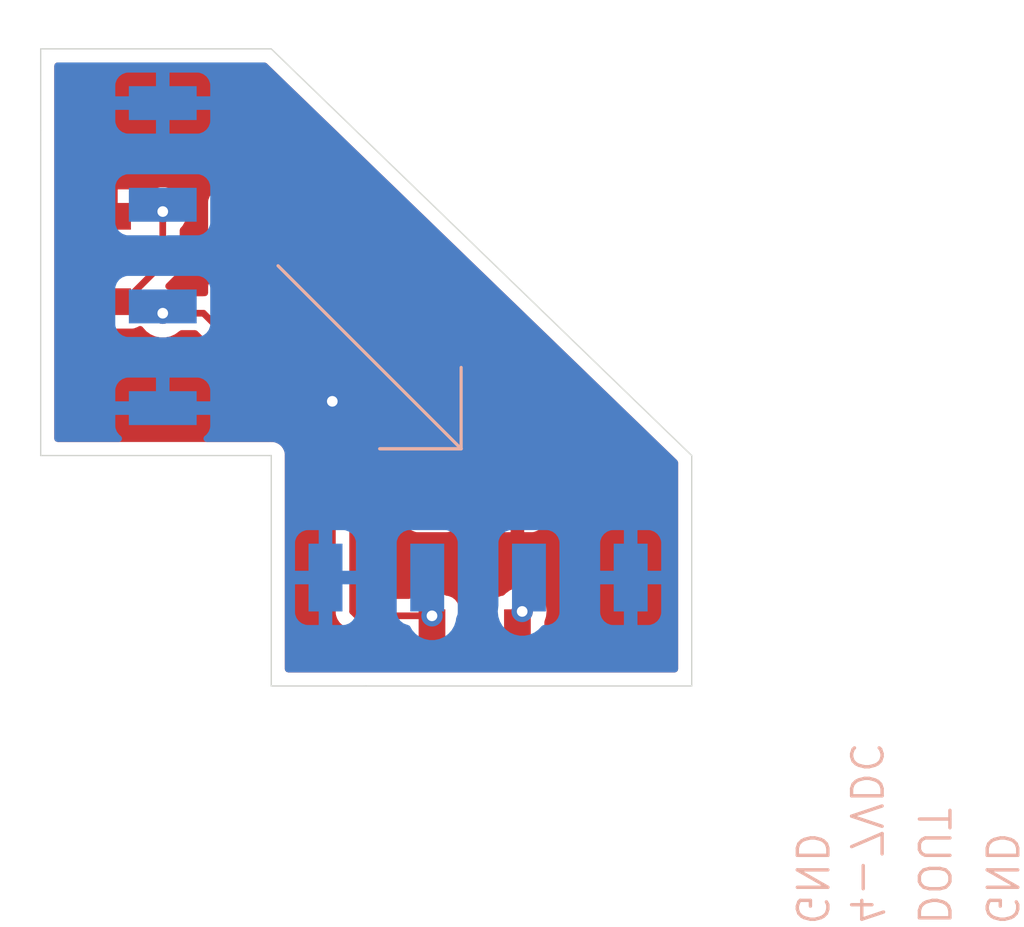
<source format=kicad_pcb>
(kicad_pcb (version 20211014) (generator pcbnew)
  (layers (0 "F.Cu" signal) (31 "B.Cu" signal) (34 "B.Paste" user) (35 "F.Paste" user) (36 "B.SilkS" user "B.Silkscreen") (37 "F.SilkS" user "F.Silkscreen") (38 "B.Mask" user) (39 "F.Mask" user) (44 "Edge.Cuts" user))
  (net 0 "")
  (net 1 "+5V")
  (net 2 "GND")
  (net 3 "Net-(CN1-Pad2)")
  (net 4 "Net-(CN2-Pad3)")
  (net 5 "Net-(D1-Pad2)")
  (net 6 "Net-(D2-Pad2)")
  (footprint "LED_SMD:LED_WS2812B_PLCC4_5.0x5.0mm_P3.2mm" (layer "F.Cu") (at 138.684 117.856 90)
    (fp_text reference "D3" hide)
    (fp_text value "WS2812B")
    (pad "1" smd rect (at -2.45 -1.6 90) (size 1.5 1) (layers "F.Cu" "F.Paste" "F.Mask") (net 1 "+5V"))
    (pad "2" smd rect (at -2.45 1.6 90) (size 1.5 1) (layers "F.Cu" "F.Paste" "F.Mask") (net 3 "Net-(CN1-Pad2)"))
    (pad "3" smd rect (at 2.45 1.6 90) (size 1.5 1) (layers "F.Cu" "F.Paste" "F.Mask") (net 2 "GND"))
    (pad "4" smd rect (at 2.45 -1.6 90) (size 1.5 1) (layers "F.Cu" "F.Paste" "F.Mask") (net 6 "Net-(D2-Pad2)"))
  )
  (footprint "LED_SMD:LED_WS2812B_PLCC4_5.0x5.0mm_P3.2mm" (layer "F.Cu") (at 127.508 106.426 180)
    (fp_text reference "D1" hide)
    (fp_text value "WS2812B")
    (pad "1" smd rect (at -2.45 -1.6 180) (size 1.5 1) (layers "F.Cu" "F.Paste" "F.Mask") (net 1 "+5V"))
    (pad "2" smd rect (at -2.45 1.6 180) (size 1.5 1) (layers "F.Cu" "F.Paste" "F.Mask") (net 5 "Net-(D1-Pad2)"))
    (pad "3" smd rect (at 2.45 1.6 180) (size 1.5 1) (layers "F.Cu" "F.Paste" "F.Mask") (net 2 "GND"))
    (pad "4" smd rect (at 2.45 -1.6 180) (size 1.5 1) (layers "F.Cu" "F.Paste" "F.Mask") (net 4 "Net-(CN2-Pad3)"))
  )
  (footprint "LED_SMD:LED_WS2812B_PLCC4_5.0x5.0mm_P3.2mm" (layer "F.Cu") (at 135.636 109.728 135)
    (fp_text reference "D2" hide)
    (fp_text value "WS2812B")
    (pad "1" smd rect (at -2.45 -1.6 135) (size 1.5 1) (layers "F.Cu" "F.Paste" "F.Mask") (net 1 "+5V"))
    (pad "2" smd rect (at -2.45 1.6 135) (size 1.5 1) (layers "F.Cu" "F.Paste" "F.Mask") (net 6 "Net-(D2-Pad2)"))
    (pad "3" smd rect (at 2.45 1.6 135) (size 1.5 1) (layers "F.Cu" "F.Paste" "F.Mask") (net 2 "GND"))
    (pad "4" smd rect (at 2.45 -1.6 135) (size 1.5 1) (layers "F.Cu" "F.Paste" "F.Mask") (net 5 "Net-(D1-Pad2)"))
  )
  (footprint "Adafruit NeoPixel 8 Stick:1X4-SMT" (layer "B.Cu") (at 127 106.934 90)
    (fp_text reference "CN2" hide)
    (fp_text value "1X4SMT" hide)
    (pad "1" smd rect (at -5.08 0 90) (size 1.27 2.54) (layers "B.Cu" "B.Paste" "B.Mask") (net 2 "GND"))
    (pad "2" smd rect (at -1.27 0 90) (size 1.27 2.54) (layers "B.Cu" "B.Paste" "B.Mask") (net 1 "+5V"))
    (pad "3" smd rect (at 2.54 0 90) (size 1.27 2.54) (layers "B.Cu" "B.Paste" "B.Mask") (net 4 "Net-(CN2-Pad3)"))
    (pad "4" smd rect (at 6.35 0 90) (size 1.27 2.54) (layers "B.Cu" "B.Paste" "B.Mask") (net 2 "GND"))
  )
  (footprint "Adafruit NeoPixel 8 Stick:1X4-SMT" (layer "B.Cu") (at 139.446 118.364 180)
    (fp_text reference "CN1" hide)
    (fp_text value "1X4SMT" hide)
    (pad "1" smd rect (at -5.08 0 180) (size 1.27 2.54) (layers "B.Cu" "B.Paste" "B.Mask") (net 2 "GND"))
    (pad "2" smd rect (at -1.27 0 180) (size 1.27 2.54) (layers "B.Cu" "B.Paste" "B.Mask") (net 3 "Net-(CN1-Pad2)"))
    (pad "3" smd rect (at 2.54 0 180) (size 1.27 2.54) (layers "B.Cu" "B.Paste" "B.Mask") (net 1 "+5V"))
    (pad "4" smd rect (at 6.35 0 180) (size 1.27 2.54) (layers "B.Cu" "B.Paste" "B.Mask") (net 2 "GND"))
  )
  (gr_line (start 138.176 113.538) (end 135.128 113.538) (layer "B.SilkS") (width 0.12))
  (gr_line (start 138.176 110.49) (end 138.176 113.538) (layer "B.SilkS") (width 0.12))
  (gr_line (start 135.128 113.538) (end 138.176 113.538) (layer "B.SilkS") (width 0.12))
  (gr_line (start 131.318 106.68) (end 138.176 113.538) (layer "B.SilkS") (width 0.12))
  (gr_line (start 131.064 113.792) (end 122.428 113.792) (layer "Edge.Cuts") (width 0.05))
  (gr_line (start 131.064 122.428) (end 131.064 113.792) (layer "Edge.Cuts") (width 0.05))
  (gr_line (start 122.428 101.6) (end 122.428 98.552) (layer "Edge.Cuts") (width 0.05))
  (gr_line (start 146.812 122.428) (end 134.62 122.428) (layer "Edge.Cuts") (width 0.05))
  (gr_line (start 146.812 113.792) (end 146.812 122.428) (layer "Edge.Cuts") (width 0.05))
  (gr_line (start 131.064 98.552) (end 146.812 113.792) (layer "Edge.Cuts") (width 0.05))
  (gr_line (start 122.428 113.792) (end 122.428 101.6) (layer "Edge.Cuts") (width 0.05))
  (gr_line (start 122.428 98.552) (end 131.064 98.552) (layer "Edge.Cuts") (width 0.05))
  (gr_line (start 134.62 122.428) (end 131.064 122.428) (layer "Edge.Cuts") (width 0.05))
  (gr_text "4-7VDC" (at 152.654 131.4704 270) (layer "B.SilkS") (effects (font (size 1.143 1.143) (thickness 0.127)) (justify left bottom mirror)))
  (gr_text "DOUT" (at 155.194 131.4704 270) (layer "B.SilkS") (effects (font (size 1.143 1.143) (thickness 0.127)) (justify left bottom mirror)))
  (gr_text "GND" (at 150.622 131.4704 270) (layer "B.SilkS") (effects (font (size 1.143 1.143) (thickness 0.127)) (justify left bottom mirror)))
  (gr_text "GND" (at 157.734 131.4704 270) (layer "B.SilkS") (effects (font (size 1.143 1.143) (thickness 0.127)) (justify left bottom mirror)))
  (segment (start 129.286 109.22) (end 134.112 114.046) (width 0.25) (layer "F.Cu") (net 1))
  (segment (start 130.466 108.026) (end 130.466 108.04) (width 0.25) (layer "F.Cu") (net 1))
  (segment (start 134.276 119.798) (end 137.084 119.798) (width 0.25) (layer "F.Cu") (net 1))
  (segment (start 134.782823 114.046) (end 134.112 114.046) (width 0.25) (layer "F.Cu") (net 1))
  (segment (start 130.466 108.04) (end 129.286 109.22) (width 0.25) (layer "F.Cu") (net 1))
  (segment (start 136.237041 112.591782) (end 134.782823 114.046) (width 0.25) (layer "F.Cu") (net 1))
  (segment (start 127 108.458) (end 128.524 108.458) (width 0.25) (layer "F.Cu") (net 1))
  (segment (start 134.112 114.046) (end 134.112 119.634) (width 0.25) (layer "F.Cu") (net 1))
  (segment (start 134.112 119.634) (end 134.276 119.798) (width 0.25) (layer "F.Cu") (net 1))
  (segment (start 128.524 108.458) (end 129.286 109.22) (width 0.25) (layer "F.Cu") (net 1))
  (via (at 137.084 119.798) (size 0.8) (drill 0.4) (layers "F.Cu" "B.Cu") (net 1))
  (via (at 127 108.458) (size 0.8) (drill 0.4) (layers "F.Cu" "B.Cu") (net 1))
  (via (at 133.35 111.76) (size 0.8) (drill 0.4) (layers "F.Cu" "B.Cu") (net 2))
  (via (at 140.462 119.634) (size 0.8) (drill 0.4) (layers "F.Cu" "B.Cu") (net 3))
  (segment (start 127 104.648) (end 127 106.592) (width 0.25) (layer "F.Cu") (net 4))
  (segment (start 127 106.592) (end 125.566 108.026) (width 0.25) (layer "F.Cu") (net 4))
  (via (at 127 104.648) (size 0.8) (drill 0.4) (layers "F.Cu" "B.Cu") (net 4))
  (segment (start 130.466 104.826) (end 132.772218 107.132218) (width 0.25) (layer "F.Cu") (net 5))
  (segment (start 132.772218 107.132218) (end 132.772218 109.126959) (width 0.25) (layer "F.Cu") (net 5))
  (segment (start 138.499782 113.482218) (end 137.084 114.898) (width 0.25) (layer "F.Cu") (net 6))
  (segment (start 138.499782 110.329041) (end 138.499782 113.482218) (width 0.25) (layer "F.Cu") (net 6))
  (zone (net 2) (net_name "GND") (layers F&B.Cu) (connect_pads (clearance 0.508)) (min_thickness 0.254) (fill yes (thermal_gap 0.508) (thermal_bridge_width 0.508))
    (polygon (pts (xy 120.904 125.5776) (xy 121.153839 96.728196) (xy 150.012388 96.72013) (xy 150.12818 125.476)))
  )
)
</source>
